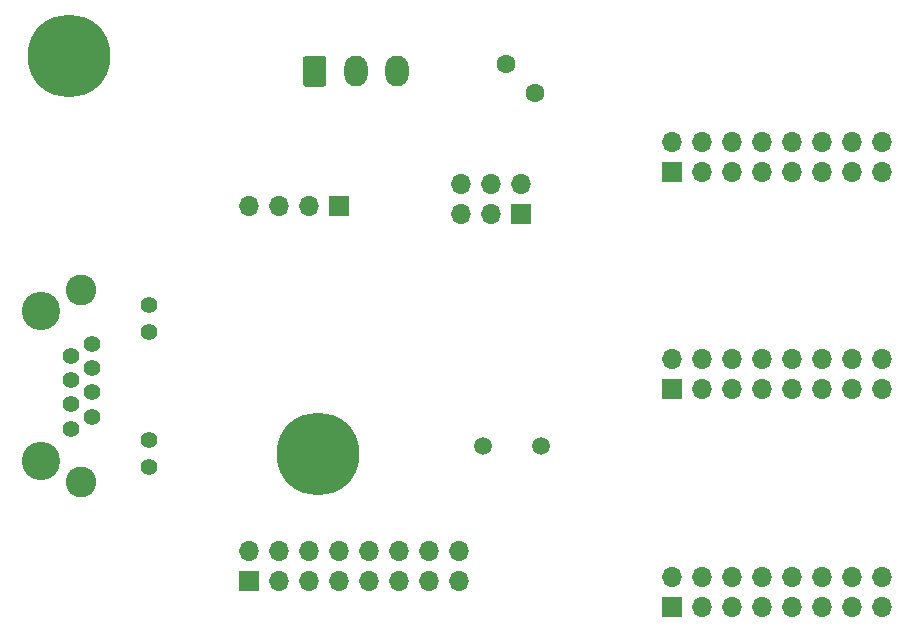
<source format=gbs>
G04 #@! TF.GenerationSoftware,KiCad,Pcbnew,(5.1.9)-1*
G04 #@! TF.CreationDate,2021-06-09T23:06:16+02:00*
G04 #@! TF.ProjectId,interface,696e7465-7266-4616-9365-2e6b69636164,rev?*
G04 #@! TF.SameCoordinates,Original*
G04 #@! TF.FileFunction,Soldermask,Bot*
G04 #@! TF.FilePolarity,Negative*
%FSLAX46Y46*%
G04 Gerber Fmt 4.6, Leading zero omitted, Abs format (unit mm)*
G04 Created by KiCad (PCBNEW (5.1.9)-1) date 2021-06-09 23:06:16*
%MOMM*%
%LPD*%
G01*
G04 APERTURE LIST*
%ADD10C,0.800000*%
%ADD11C,7.000000*%
%ADD12O,1.700000X1.700000*%
%ADD13R,1.700000X1.700000*%
%ADD14C,1.400000*%
%ADD15C,2.600000*%
%ADD16C,3.250000*%
%ADD17C,1.600000*%
%ADD18O,2.000000X2.600000*%
%ADD19C,1.500000*%
G04 APERTURE END LIST*
D10*
X105234155Y-71803845D03*
X103378000Y-71035000D03*
X101521845Y-71803845D03*
X100753000Y-73660000D03*
X101521845Y-75516155D03*
X103378000Y-76285000D03*
X105234155Y-75516155D03*
X106003000Y-73660000D03*
D11*
X103378000Y-73660000D03*
D12*
X136398000Y-115570000D03*
X136398000Y-118110000D03*
X133858000Y-115570000D03*
X133858000Y-118110000D03*
X131318000Y-115570000D03*
X131318000Y-118110000D03*
X128778000Y-115570000D03*
X128778000Y-118110000D03*
X126238000Y-115570000D03*
X126238000Y-118110000D03*
X123698000Y-115570000D03*
X123698000Y-118110000D03*
X121158000Y-115570000D03*
X121158000Y-118110000D03*
X118618000Y-115570000D03*
D13*
X118618000Y-118110000D03*
D12*
X172212000Y-117729000D03*
X172212000Y-120269000D03*
X169672000Y-117729000D03*
X169672000Y-120269000D03*
X167132000Y-117729000D03*
X167132000Y-120269000D03*
X164592000Y-117729000D03*
X164592000Y-120269000D03*
X162052000Y-117729000D03*
X162052000Y-120269000D03*
X159512000Y-117729000D03*
X159512000Y-120269000D03*
X156972000Y-117729000D03*
X156972000Y-120269000D03*
X154432000Y-117729000D03*
D13*
X154432000Y-120269000D03*
D12*
X172212000Y-99314000D03*
X172212000Y-101854000D03*
X169672000Y-99314000D03*
X169672000Y-101854000D03*
X167132000Y-99314000D03*
X167132000Y-101854000D03*
X164592000Y-99314000D03*
X164592000Y-101854000D03*
X162052000Y-99314000D03*
X162052000Y-101854000D03*
X159512000Y-99314000D03*
X159512000Y-101854000D03*
X156972000Y-99314000D03*
X156972000Y-101854000D03*
X154432000Y-99314000D03*
D13*
X154432000Y-101854000D03*
D12*
X172212000Y-80899000D03*
X172212000Y-83439000D03*
X169672000Y-80899000D03*
X169672000Y-83439000D03*
X167132000Y-80899000D03*
X167132000Y-83439000D03*
X164592000Y-80899000D03*
X164592000Y-83439000D03*
X162052000Y-80899000D03*
X162052000Y-83439000D03*
X159512000Y-80899000D03*
X159512000Y-83439000D03*
X156972000Y-80899000D03*
X156972000Y-83439000D03*
X154432000Y-80899000D03*
D13*
X154432000Y-83439000D03*
D12*
X118618000Y-86360000D03*
X121158000Y-86360000D03*
X123698000Y-86360000D03*
D13*
X126238000Y-86360000D03*
D14*
X110105000Y-94740000D03*
X110105000Y-97030000D03*
X110105000Y-106170000D03*
X110105000Y-108460000D03*
X105285000Y-98030000D03*
X103505000Y-99050000D03*
X105285000Y-100070000D03*
X103505000Y-101090000D03*
X105285000Y-102110000D03*
X103505000Y-103130000D03*
X105285000Y-104150000D03*
X103505000Y-105170000D03*
D15*
X104395000Y-109730000D03*
X104395000Y-93470000D03*
D16*
X100965000Y-107950000D03*
X100965000Y-95250000D03*
D12*
X136525000Y-84455000D03*
X136525000Y-86995000D03*
X139065000Y-84455000D03*
X139065000Y-86995000D03*
X141605000Y-84455000D03*
D13*
X141605000Y-86995000D03*
D17*
X142809874Y-76769874D03*
X140335000Y-74295000D03*
D18*
X131135000Y-74930000D03*
X127635000Y-74930000D03*
G36*
G01*
X123135000Y-75980000D02*
X123135000Y-73880000D01*
G75*
G02*
X123385000Y-73630000I250000J0D01*
G01*
X124885000Y-73630000D01*
G75*
G02*
X125135000Y-73880000I0J-250000D01*
G01*
X125135000Y-75980000D01*
G75*
G02*
X124885000Y-76230000I-250000J0D01*
G01*
X123385000Y-76230000D01*
G75*
G02*
X123135000Y-75980000I0J250000D01*
G01*
G37*
D10*
X126316155Y-105458845D03*
X124460000Y-104690000D03*
X122603845Y-105458845D03*
X121835000Y-107315000D03*
X122603845Y-109171155D03*
X124460000Y-109940000D03*
X126316155Y-109171155D03*
X127085000Y-107315000D03*
D11*
X124460000Y-107315000D03*
D19*
X143310000Y-106680000D03*
X138430000Y-106680000D03*
M02*

</source>
